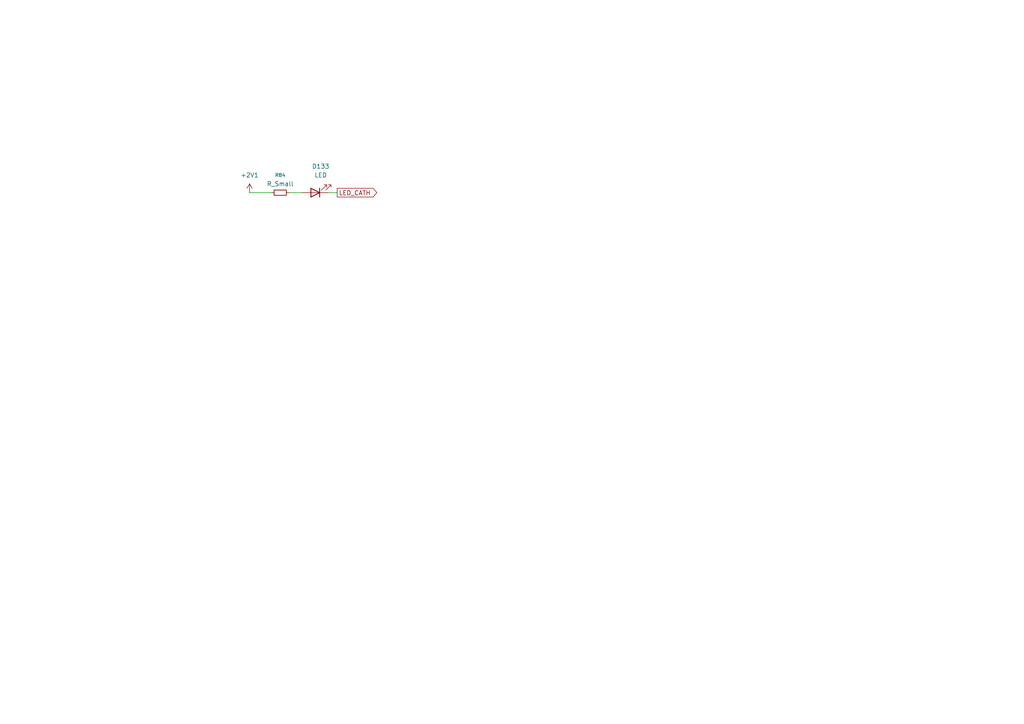
<source format=kicad_sch>
(kicad_sch (version 20250114) (generator "eeschema") (generator_version "9.0")
  (paper "A4")
  (lib_symbols
    (symbol "Device:LED" (pin_numbers (hide yes)) (pin_names (offset 1.016) (hide yes))
      (property "Reference" "D" (at 0 2.54 0))
      (property "Value" "LED" (at 0 -2.54 0))
      (symbol "LED_0_1"
        (polyline (pts (xy -3.048 -0.762) (xy -4.572 -2.286) (xy -3.81 -2.286) (xy -4.572 -2.286) (xy -4.572 -1.524)))
        (polyline (pts (xy -1.778 -0.762) (xy -3.302 -2.286) (xy -2.54 -2.286) (xy -3.302 -2.286) (xy -3.302 -1.524)))
        (polyline (pts (xy -1.27 0) (xy 1.27 0)))
        (polyline (pts (xy -1.27 -1.27) (xy -1.27 1.27)) (stroke (width 0.254)))
        (polyline (pts (xy 1.27 -1.27) (xy 1.27 1.27) (xy -1.27 0) (xy 1.27 -1.27)) (stroke (width 0.254)))
      )
      (symbol "LED_1_1"
        (pin passive line (at -3.81 0 0) (length 2.54) (name "K") (number "1"))
        (pin passive line (at 3.81 0 180) (length 2.54) (name "A") (number "2"))
      )
    )
    (symbol "Device:R_Small" (pin_numbers (hide yes)) (pin_names (offset 0.254) (hide yes))
      (property "Reference" "R" (at 0 0 90))
      (property "Value" "R_Small" (at 1.778 0 90))
      (symbol "R_Small_0_1"
        (rectangle (start -0.762 1.778) (end 0.762 -1.778) (stroke (width 0.2032)))
      )
      (symbol "R_Small_1_1"
        (pin passive line (at 0 2.54 270) (length 0.762) (name "~") (number "1"))
        (pin passive line (at 0 -2.54 90) (length 0.762) (name "~") (number "2"))
      )
    )
    (symbol "tmr-lib:+2V1" (power) (pin_numbers (hide yes)) (pin_names (offset 0) (hide yes))
      (property "Value" "+2V1" (at 0 3.556 0))
      (symbol "+2V1_0_1"
        (polyline (pts (xy -0.762 1.27) (xy 0 2.54)))
        (polyline (pts (xy 0 2.54) (xy 0.762 1.27)))
        (polyline (pts (xy 0 0) (xy 0 2.54)))
      )
      (symbol "+2V1_1_1"
        (pin power_in line (at 0 0 90) (length 0) (name "~") (number "1"))
      )
    )
  )
  (wire (pts (xy 95.25 55.88) (xy 97.79 55.88)))
  (wire (pts (xy 83.82 55.88) (xy 87.63 55.88)))
  (wire (pts (xy 72.39 55.88) (xy 78.74 55.88)))
  (global_label "LED_CATH" (shape output) (at 97.79 55.88 0) (property "Intersheetrefs" "${INTERSHEET_REFS}" (effects (hide yes))))
  (symbol (lib_id "tmr-lib:+2V1") (at 72.39 55.88 0) (unit 1)
    (property "Reference" "#PWR110" (effects (hide yes)))
    (property "Value" "+2V1" (at 72.39 50.8 0))
    (property "Description" "Power symbol creates a global label with name \"+2V5\"" (effects (hide yes)))
    (instances (project "" (path "" (reference "#PWR179") (unit 1)) (path "" (reference "#PWR181") (unit 1)) (path "" (reference "#PWR115") (unit 1)) (path "" (reference "#PWR184") (unit 1)) (path "" (reference "#PWR136") (unit 1)) (path "" (reference "#PWR152") (unit 1)) (path "" (reference "#PWR129") (unit 1)) (path "" (reference "#PWR119") (unit 1)) (path "" (reference "#PWR188") (unit 1)) (path "" (reference "#PWR113") (unit 1)) (path "" (reference "#PWR192") (unit 1)) (path "" (reference "#PWR182") (unit 1)) (path "" (reference "#PWR163") (unit 1)) (path "" (reference "#PWR164") (unit 1)) (path "" (reference "#PWR154") (unit 1)) (path "" (reference "#PWR180") (unit 1)) (path "" (reference "#PWR158") (unit 1)) (path "" (reference "#PWR111") (unit 1)) (path "" (reference "#PWR138") (unit 1)) (path "" (reference "#PWR161") (unit 1)) (path "" (reference "#PWR133") (unit 1)) (path "" (reference "#PWR167") (unit 1)) (path "" (reference "#PWR178") (unit 1)) (path "" (reference "#PWR189") (unit 1)) (path "" (reference "#PWR183") (unit 1)) (path "" (reference "#PWR144") (unit 1)) (path "" (reference "#PWR121") (unit 1)) (path "" (reference "#PWR171") (unit 1)) (path "" (reference "#PWR135") (unit 1)) (path "" (reference "#PWR168") (unit 1)) (path "" (reference "#PWR137") (unit 1)) (path "" (reference "#PWR140") (unit 1)) (path "" (reference "#PWR175") (unit 1)) (path "" (reference "#PWR191") (unit 1)) (path "" (reference "#PWR130") (unit 1)) (path "" (reference "#PWR116") (unit 1)) (path "" (reference "#PWR160") (unit 1)) (path "" (reference "#PWR190") (unit 1)) (path "" (reference "#PWR120") (unit 1)) (path "" (reference "#PWR157") (unit 1)) (path "" (reference "#PWR149") (unit 1)) (path "" (reference "#PWR153") (unit 1)) (path "" (reference "#PWR145") (unit 1)) (path "" (reference "#PWR114") (unit 1)) (path "" (reference "#PWR146") (unit 1)) (path "" (reference "#PWR156") (unit 1)) (path "" (reference "#PWR159") (unit 1)) (path "" (reference "#PWR134") (unit 1)) (path "" (reference "#PWR150") (unit 1)) (path "" (reference "#PWR110") (unit 1)) (path "" (reference "#PWR139") (unit 1)) (path "" (reference "#PWR151") (unit 1)) (path "" (reference "#PWR132") (unit 1)) (path "" (reference "#PWR118") (unit 1)) (path "" (reference "#PWR187") (unit 1)) (path "" (reference "#PWR131") (unit 1)) (path "" (reference "#PWR186") (unit 1)) (path "" (reference "#PWR166") (unit 1)) (path "" (reference "#PWR176") (unit 1)) (path "" (reference "#PWR165") (unit 1)) (path "" (reference "#PWR162") (unit 1)) (path "" (reference "#PWR185") (unit 1)) (path "" (reference "#PWR128") (unit 1)) (path "" (reference "#PWR147") (unit 1)) (path "" (reference "#PWR112") (unit 1)) (path "" (reference "#PWR177") (unit 1)) (path "" (reference "#PWR169") (unit 1)) (path "" (reference "#PWR155") (unit 1)) (path "" (reference "#PWR117") (unit 1)) (path "" (reference "#PWR148") (unit 1)) (path "" (reference "#PWR141") (unit 1)) (path "" (reference "#PWR170") (unit 1))))
  )
  (symbol (lib_id "Device:LED") (at 91.44 55.88 180) (unit 1)
    (property "Reference" "D74" (at 93.0275 48.26 0))
    (property "Value" "LED" (at 93.0275 50.8 0))
    (property "Description" "Light emitting diode" (effects (hide yes)))
    (property "Sim.Pins" "1=K 2=A" (effects (hide yes)))
    (instances (project "pcb" (path "" (reference "D133") (unit 1)) (path "" (reference "D135") (unit 1)) (path "" (reference "D78") (unit 1)) (path "" (reference "D138") (unit 1)) (path "" (reference "D93") (unit 1)) (path "" (reference "D108") (unit 1)) (path "" (reference "D86") (unit 1)) (path "" (reference "D82") (unit 1)) (path "" (reference "D142") (unit 1)) (path "" (reference "D76") (unit 1)) (path "" (reference "D146") (unit 1)) (path "" (reference "D136") (unit 1)) (path "" (reference "D119") (unit 1)) (path "" (reference "D120") (unit 1)) (path "" (reference "D110") (unit 1)) (path "" (reference "D134") (unit 1)) (path "" (reference "D114") (unit 1)) (path "" (reference "D75") (unit 1)) (path "" (reference "D95") (unit 1)) (path "" (reference "D117") (unit 1)) (path "" (reference "D90") (unit 1)) (path "" (reference "D123") (unit 1)) (path "" (reference "D131") (unit 1)) (path "" (reference "D143") (unit 1)) (path "" (reference "D137") (unit 1)) (path "" (reference "D99") (unit 1)) (path "" (reference "D84") (unit 1)) (path "" (reference "D127") (unit 1)) (path "" (reference "D92") (unit 1)) (path "" (reference "D124") (unit 1)) (path "" (reference "D94") (unit 1)) (path "" (reference "D97") (unit 1)) (path "" (reference "D128") (unit 1)) (path "" (reference "D145") (unit 1)) (path "" (reference "D87") (unit 1)) (path "" (reference "D79") (unit 1)) (path "" (reference "D116") (unit 1)) (path "" (reference "D144") (unit 1)) (path "" (reference "D83") (unit 1)) (path "" (reference "D113") (unit 1)) (path "" (reference "D105") (unit 1)) (path "" (reference "D109") (unit 1)) (path "" (reference "D100") (unit 1)) (path "" (reference "D77") (unit 1)) (path "" (reference "D101") (unit 1)) (path "" (reference "D112") (unit 1)) (path "" (reference "D115") (unit 1)) (path "" (reference "D91") (unit 1)) (path "" (reference "D106") (unit 1)) (path "" (reference "D74") (unit 1)) (path "" (reference "D96") (unit 1)) (path "" (reference "D107") (unit 1)) (path "" (reference "D89") (unit 1)) (path "" (reference "D81") (unit 1)) (path "" (reference "D141") (unit 1)) (path "" (reference "D88") (unit 1)) (path "" (reference "D140") (unit 1)) (path "" (reference "D122") (unit 1)) (path "" (reference "D129") (unit 1)) (path "" (reference "D121") (unit 1)) (path "" (reference "D118") (unit 1)) (path "" (reference "D139") (unit 1)) (path "" (reference "D85") (unit 1)) (path "" (reference "D103") (unit 1)) (path "" (reference "D73") (unit 1)) (path "" (reference "D130") (unit 1)) (path "" (reference "D125") (unit 1)) (path "" (reference "D111") (unit 1)) (path "" (reference "D80") (unit 1)) (path "" (reference "D104") (unit 1)) (path "" (reference "D98") (unit 1)) (path "" (reference "D126") (unit 1))))
  )
  (symbol (lib_id "Device:R_Small") (at 81.28 55.88 90) (unit 1)
    (property "Reference" "R25" (at 81.28 50.8 90) (effects (font (size 1.016 1.016))))
    (property "Value" "R_Small" (at 81.28 53.34 90))
    (property "Description" "Resistor, small symbol" (effects (hide yes)))
    (instances (project "pcb" (path "" (reference "R84") (unit 1)) (path "" (reference "R86") (unit 1)) (path "" (reference "R29") (unit 1)) (path "" (reference "R89") (unit 1)) (path "" (reference "R44") (unit 1)) (path "" (reference "R59") (unit 1)) (path "" (reference "R37") (unit 1)) (path "" (reference "R33") (unit 1)) (path "" (reference "R93") (unit 1)) (path "" (reference "R27") (unit 1)) (path "" (reference "R97") (unit 1)) (path "" (reference "R87") (unit 1)) (path "" (reference "R70") (unit 1)) (path "" (reference "R71") (unit 1)) (path "" (reference "R61") (unit 1)) (path "" (reference "R85") (unit 1)) (path "" (reference "R65") (unit 1)) (path "" (reference "R26") (unit 1)) (path "" (reference "R46") (unit 1)) (path "" (reference "R68") (unit 1)) (path "" (reference "R41") (unit 1)) (path "" (reference "R74") (unit 1)) (path "" (reference "R82") (unit 1)) (path "" (reference "R94") (unit 1)) (path "" (reference "R88") (unit 1)) (path "" (reference "R50") (unit 1)) (path "" (reference "R35") (unit 1)) (path "" (reference "R78") (unit 1)) (path "" (reference "R43") (unit 1)) (path "" (reference "R75") (unit 1)) (path "" (reference "R45") (unit 1)) (path "" (reference "R48") (unit 1)) (path "" (reference "R79") (unit 1)) (path "" (reference "R96") (unit 1)) (path "" (reference "R38") (unit 1)) (path "" (reference "R30") (unit 1)) (path "" (reference "R67") (unit 1)) (path "" (reference "R95") (unit 1)) (path "" (reference "R34") (unit 1)) (path "" (reference "R64") (unit 1)) (path "" (reference "R56") (unit 1)) (path "" (reference "R60") (unit 1)) (path "" (reference "R51") (unit 1)) (path "" (reference "R28") (unit 1)) (path "" (reference "R52") (unit 1)) (path "" (reference "R63") (unit 1)) (path "" (reference "R66") (unit 1)) (path "" (reference "R42") (unit 1)) (path "" (reference "R57") (unit 1)) (path "" (reference "R25") (unit 1)) (path "" (reference "R47") (unit 1)) (path "" (reference "R58") (unit 1)) (path "" (reference "R40") (unit 1)) (path "" (reference "R32") (unit 1)) (path "" (reference "R92") (unit 1)) (path "" (reference "R39") (unit 1)) (path "" (reference "R91") (unit 1)) (path "" (reference "R73") (unit 1)) (path "" (reference "R80") (unit 1)) (path "" (reference "R72") (unit 1)) (path "" (reference "R69") (unit 1)) (path "" (reference "R90") (unit 1)) (path "" (reference "R36") (unit 1)) (path "" (reference "R54") (unit 1)) (path "" (reference "R24") (unit 1)) (path "" (reference "R81") (unit 1)) (path "" (reference "R76") (unit 1)) (path "" (reference "R62") (unit 1)) (path "" (reference "R31") (unit 1)) (path "" (reference "R55") (unit 1)) (path "" (reference "R49") (unit 1)) (path "" (reference "R77") (unit 1))))
  )
)
</source>
